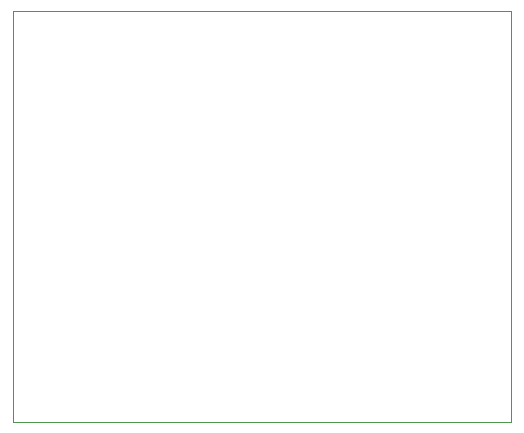
<source format=gm1>
G04 #@! TF.GenerationSoftware,KiCad,Pcbnew,7.0.7*
G04 #@! TF.CreationDate,2023-09-07T14:52:05+08:00*
G04 #@! TF.ProjectId,rs485,72733438-352e-46b6-9963-61645f706362,rev?*
G04 #@! TF.SameCoordinates,Original*
G04 #@! TF.FileFunction,Profile,NP*
%FSLAX46Y46*%
G04 Gerber Fmt 4.6, Leading zero omitted, Abs format (unit mm)*
G04 Created by KiCad (PCBNEW 7.0.7) date 2023-09-07 14:52:05*
%MOMM*%
%LPD*%
G01*
G04 APERTURE LIST*
G04 #@! TA.AperFunction,Profile*
%ADD10C,0.100000*%
G04 #@! TD*
G04 APERTURE END LIST*
D10*
X129286000Y-93726000D02*
X171450000Y-93726000D01*
X171450000Y-128524000D01*
X129286000Y-128524000D01*
X129286000Y-93726000D01*
M02*

</source>
